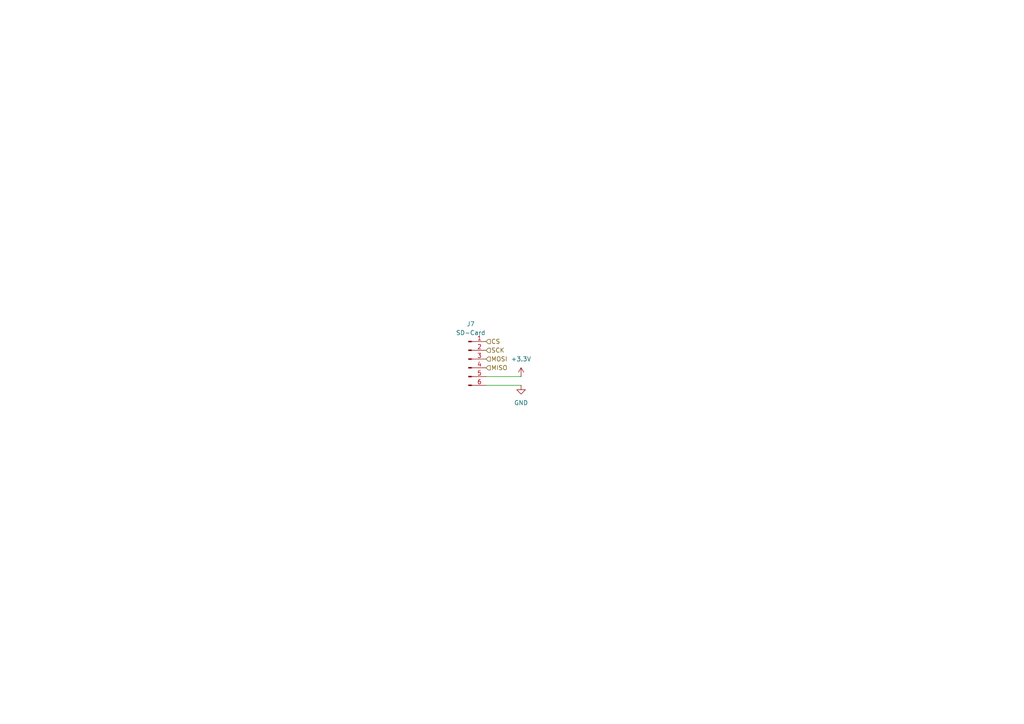
<source format=kicad_sch>
(kicad_sch (version 20231120) (generator "eeschema") (generator_version "8.0")
  (paper "A4")
  (lib_symbols
    (symbol "Connector:Conn_01x06_Pin" (pin_names (offset 1.016) hide)
      (property "Reference" "J" (at 0 7.62 0))
      (property "Value" "Conn_01x06_Pin" (at 0 -10.16 0))
      (symbol "Conn_01x06_Pin_1_1"
        (polyline (pts (xy 1.27 -7.62) (xy 0.8636 -7.62)) (stroke (width 0.1524)))
        (polyline (pts (xy 1.27 -5.08) (xy 0.8636 -5.08)) (stroke (width 0.1524)))
        (polyline (pts (xy 1.27 -2.54) (xy 0.8636 -2.54)) (stroke (width 0.1524)))
        (polyline (pts (xy 1.27 0) (xy 0.8636 0)) (stroke (width 0.1524)))
        (polyline (pts (xy 1.27 2.54) (xy 0.8636 2.54)) (stroke (width 0.1524)))
        (polyline (pts (xy 1.27 5.08) (xy 0.8636 5.08)) (stroke (width 0.1524)))
        (rectangle (start 0.8636 -7.493) (end 0 -7.747) (stroke (width 0.1524)) (fill (type outline)))
        (rectangle (start 0.8636 -4.953) (end 0 -5.207) (stroke (width 0.1524)) (fill (type outline)))
        (rectangle (start 0.8636 -2.413) (end 0 -2.667) (stroke (width 0.1524)) (fill (type outline)))
        (rectangle (start 0.8636 0.127) (end 0 -0.127) (stroke (width 0.1524)) (fill (type outline)))
        (rectangle (start 0.8636 2.667) (end 0 2.413) (stroke (width 0.1524)) (fill (type outline)))
        (rectangle (start 0.8636 5.207) (end 0 4.953) (stroke (width 0.1524)) (fill (type outline)))
        (pin passive line (at 5.08 5.08 180) (length 3.81) (name "Pin_1") (number "1"))
        (pin passive line (at 5.08 2.54 180) (length 3.81) (name "Pin_2") (number "2"))
        (pin passive line (at 5.08 0 180) (length 3.81) (name "Pin_3") (number "3"))
        (pin passive line (at 5.08 -2.54 180) (length 3.81) (name "Pin_4") (number "4"))
        (pin passive line (at 5.08 -5.08 180) (length 3.81) (name "Pin_5") (number "5"))
        (pin passive line (at 5.08 -7.62 180) (length 3.81) (name "Pin_6") (number "6"))
      )
    )
    (symbol "power:+3.3V" (power) (pin_numbers hide) (pin_names (offset 0) hide)
      (property "Value" "+3.3V" (at 0 3.556 0))
      (symbol "+3.3V_0_1"
        (polyline (pts (xy -0.762 1.27) (xy 0 2.54)))
        (polyline (pts (xy 0 0) (xy 0 2.54)))
        (polyline (pts (xy 0 2.54) (xy 0.762 1.27)))
      )
      (symbol "+3.3V_1_1"
        (pin power_in line (at 0 0 90) (length 0) (name "~") (number "1"))
      )
    )
    (symbol "power:GND" (power) (pin_numbers hide) (pin_names (offset 0) hide)
      (property "Value" "GND" (at 0 -3.81 0))
      (symbol "GND_0_1"
        (polyline (pts (xy 0 0) (xy 0 -1.27) (xy 1.27 -1.27) (xy 0 -2.54) (xy -1.27 -1.27) (xy 0 -1.27)))
      )
      (symbol "GND_1_1"
        (pin power_in line (at 0 0 270) (length 0) (name "~") (number "1"))
      )
    )
  )
  (wire (pts (xy 140.97 111.76) (xy 151.13 111.76)))
  (wire (pts (xy 140.97 109.22) (xy 151.13 109.22)))
  (hierarchical_label "CS" (shape input) (at 140.97 99.06 0))
  (hierarchical_label "MISO" (shape input) (at 140.97 106.68 0))
  (hierarchical_label "SCK" (shape input) (at 140.97 101.6 0))
  (hierarchical_label "MOSI" (shape input) (at 140.97 104.14 0))
  (symbol (lib_id "Connector:Conn_01x06_Pin") (at 135.89 104.14 0) (unit 1)
    (property "Reference" "J7" (at 136.525 93.98 0))
    (property "Value" "SD-Card" (at 136.525 96.52 0))
    (property "Footprint" "Connector_PinHeader_2.54mm:PinHeader_1x06_P2.54mm_Vertical" (effects (hide yes)))
    (property "Description" "Generic connector, single row, 01x06, script generated" (effects (hide yes)))
  )
  (symbol (lib_id "power:GND") (at 151.13 111.76 0) (unit 1)
    (property "Reference" "#PWR018" (effects (hide yes)))
    (property "Value" "GND" (at 151.13 116.84 0))
    (property "Description" "Power symbol creates a global label with name \"GND\" , ground" (effects (hide yes)))
  )
  (symbol (lib_id "power:+3.3V") (at 151.13 109.22 0) (unit 1)
    (property "Reference" "#PWR017" (effects (hide yes)))
    (property "Value" "+3.3V" (at 151.13 104.14 0))
    (property "Description" "Power symbol creates a global label with name \"+3.3V\"" (effects (hide yes)))
  )
)
</source>
